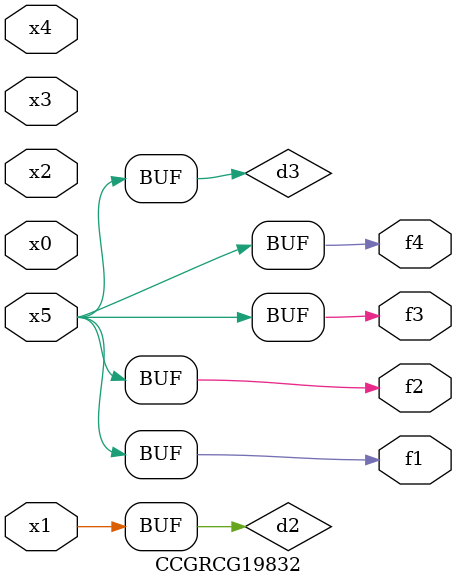
<source format=v>
module CCGRCG19832(
	input x0, x1, x2, x3, x4, x5,
	output f1, f2, f3, f4
);

	wire d1, d2, d3;

	not (d1, x5);
	or (d2, x1);
	xnor (d3, d1);
	assign f1 = d3;
	assign f2 = d3;
	assign f3 = d3;
	assign f4 = d3;
endmodule

</source>
